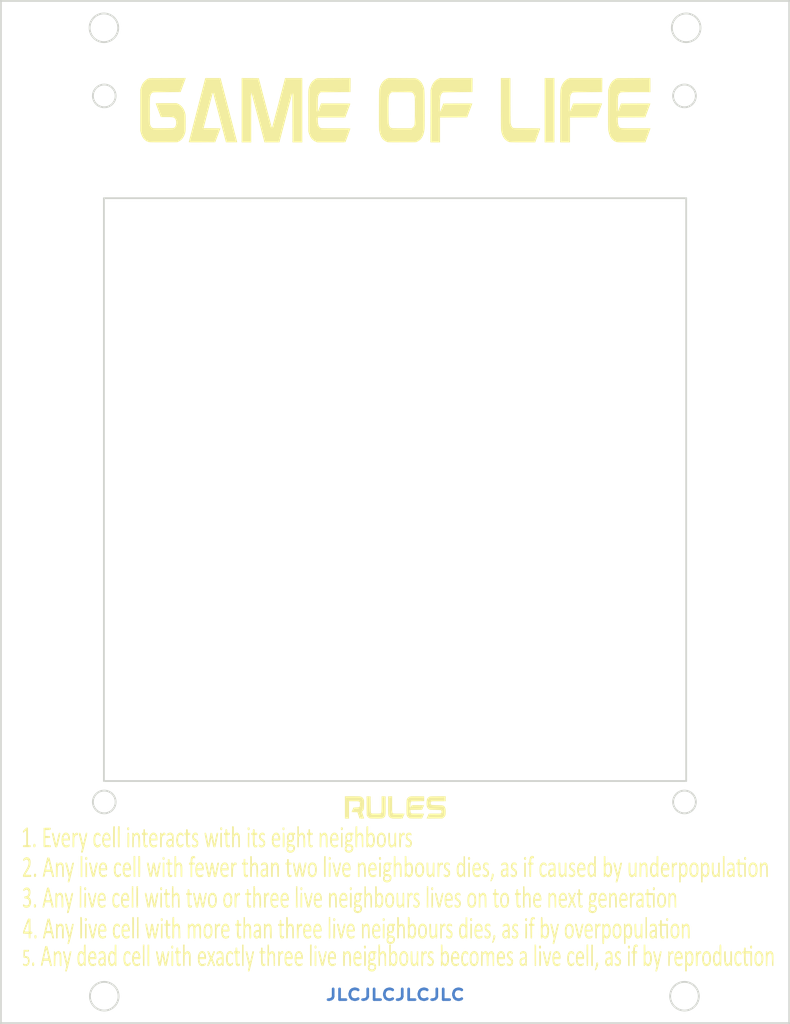
<source format=kicad_pcb>
(kicad_pcb (version 20211014) (generator pcbnew)
  (layers (0 "F.Cu" signal) (31 "B.Cu" signal) (34 "B.Paste" user) (35 "F.Paste" user) (36 "B.SilkS" user "B.Silkscreen") (37 "F.SilkS" user "F.Silkscreen") (38 "B.Mask" user) (39 "F.Mask" user) (44 "Edge.Cuts" user))
  (net 0 "")
  (footprint "Front Panel:Game of Life" (layer "F.Cu") (at 142.91 87.52)
    (fp_text reference "G***" hide)
    (fp_text value "LOGO" hide)
  )
  (gr_line (start 98.55 143.11) (end 98.55 29.11) (layer "Edge.Cuts") (width 0.2))
  (gr_line (start 110.05 116.11) (end 175.05 116.11) (layer "Edge.Cuts") (width 0.2))
  (gr_circle (center 110.0888 140.11) (end 111.6888 140.11) (layer "Edge.Cuts") (width 0.2) (fill none))
  (gr_line (start 110.05 51.11) (end 110.05 116.11) (layer "Edge.Cuts") (width 0.2))
  (gr_circle (center 110.0888 118.4461) (end 111.3588 118.4461) (layer "Edge.Cuts") (width 0.2) (fill none))
  (gr_circle (center 174.8588 140.11) (end 176.4588 140.11) (layer "Edge.Cuts") (width 0.2) (fill none))
  (gr_line (start 175.05 51.11) (end 110.05 51.11) (layer "Edge.Cuts") (width 0.2))
  (gr_circle (center 110.0888 39.7061) (end 111.3588 39.7061) (layer "Edge.Cuts") (width 0.2) (fill none))
  (gr_circle (center 110.05 32.11) (end 111.65 32.11) (layer "Edge.Cuts") (width 0.2) (fill none))
  (gr_line (start 98.55 29.11) (end 186.55 29.11) (layer "Edge.Cuts") (width 0.2))
  (gr_line (start 175.05 116.11) (end 175.05 51.11) (layer "Edge.Cuts") (width 0.2))
  (gr_circle (center 174.8588 118.4461) (end 176.1288 118.4461) (layer "Edge.Cuts") (width 0.2) (fill none))
  (gr_line (start 186.55 143.11) (end 98.55 143.11) (layer "Edge.Cuts") (width 0.2))
  (gr_circle (center 175.05 32.11) (end 176.65 32.11) (layer "Edge.Cuts") (width 0.2) (fill none))
  (gr_line (start 186.55 29.11) (end 186.55 143.11) (layer "Edge.Cuts") (width 0.2))
  (gr_circle (center 174.8588 39.7061) (end 176.1288 39.7061) (layer "Edge.Cuts") (width 0.2) (fill none))
  (gr_text "JLCJLCJLCJLC" (at 142.57 139.95) (layer "B.Cu") (effects (font (size 1.2 1.5) (thickness 0.3))))
)
</source>
